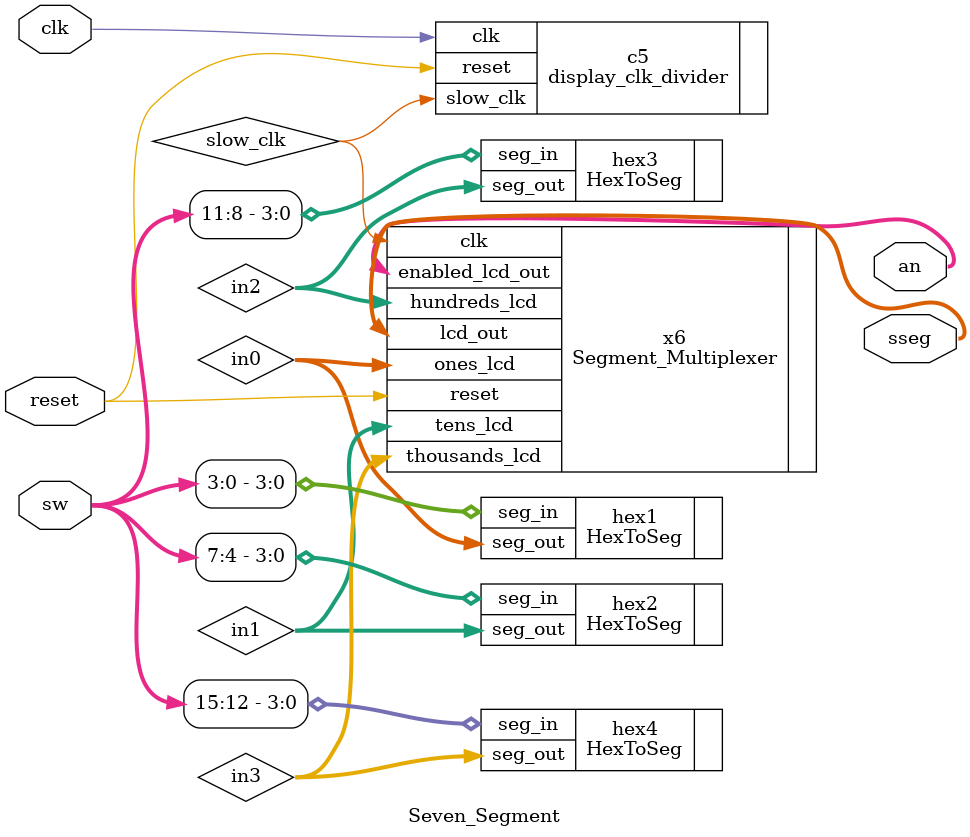
<source format=v>
`timescale 1ns / 1ps

module Seven_Segment(
    input clk,
    input reset,
    input [15:0] sw,
    output [3:0] an,
    output [6:0] sseg
);
    wire [6:0] in0, in1, in2, in3;
    wire slow_clk;
    
//    hexto7Segment Decoders
    HexToSeg hex1(.seg_in(sw[3:0]), .seg_out(in0));  
    HexToSeg hex2(.seg_in(sw[7:4]), .seg_out(in1));   
    HexToSeg hex3(.seg_in(sw[11:8]), .seg_out(in2));   
    HexToSeg hex4(.seg_in(sw[15:12]), .seg_out(in3));   
    
    //clock divider
    display_clk_divider c5 (.clk(clk), .reset(reset), .slow_clk(slow_clk));
    
    //mux
    Segment_Multiplexer x6(
    .clk(slow_clk),
    .reset (reset),
    .ones_lcd (in0),
    .tens_lcd (in1),
    .hundreds_lcd (in2),
    .thousands_lcd (in3),
    .enabled_lcd_out (an),
    .lcd_out (sseg)
    );    

endmodule



</source>
